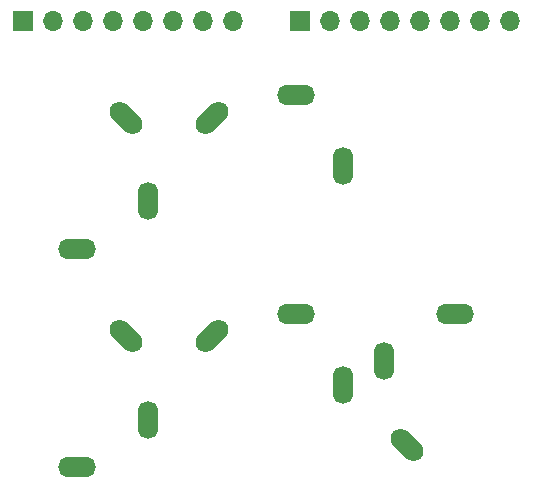
<source format=gbs>
%TF.GenerationSoftware,KiCad,Pcbnew,8.0.5*%
%TF.CreationDate,2024-12-03T21:43:17+01:00*%
%TF.ProjectId,DMH_Mixer_PCB_Conn,444d485f-4d69-4786-9572-5f5043425f43,1*%
%TF.SameCoordinates,Original*%
%TF.FileFunction,Soldermask,Bot*%
%TF.FilePolarity,Negative*%
%FSLAX46Y46*%
G04 Gerber Fmt 4.6, Leading zero omitted, Abs format (unit mm)*
G04 Created by KiCad (PCBNEW 8.0.5) date 2024-12-03 21:43:17*
%MOMM*%
%LPD*%
G01*
G04 APERTURE LIST*
G04 Aperture macros list*
%AMHorizOval*
0 Thick line with rounded ends*
0 $1 width*
0 $2 $3 position (X,Y) of the first rounded end (center of the circle)*
0 $4 $5 position (X,Y) of the second rounded end (center of the circle)*
0 Add line between two ends*
20,1,$1,$2,$3,$4,$5,0*
0 Add two circle primitives to create the rounded ends*
1,1,$1,$2,$3*
1,1,$1,$4,$5*%
G04 Aperture macros list end*
%ADD10R,1.700000X1.700000*%
%ADD11O,1.700000X1.700000*%
%ADD12HorizOval,1.712000X-0.533159X-0.533159X0.533159X0.533159X0*%
%ADD13O,1.712000X3.220000*%
%ADD14O,3.220000X1.712000*%
%ADD15HorizOval,1.712000X-0.533159X0.533159X0.533159X-0.533159X0*%
G04 APERTURE END LIST*
D10*
%TO.C,J50*%
X77875000Y-177500000D03*
D11*
X80415000Y-177500000D03*
X82955000Y-177500000D03*
X85495000Y-177500000D03*
X88035000Y-177500000D03*
X90575000Y-177500000D03*
X93115000Y-177500000D03*
X95655000Y-177500000D03*
%TD*%
D12*
%TO.C,J4*%
X70403810Y-204153810D03*
D13*
X81500000Y-208250000D03*
D14*
X77500000Y-202250000D03*
%TD*%
D10*
%TO.C,J60*%
X54380000Y-177500000D03*
D11*
X56920000Y-177500000D03*
X59460000Y-177500000D03*
X62000000Y-177500000D03*
X64540000Y-177500000D03*
X67080000Y-177500000D03*
X69620000Y-177500000D03*
X72160000Y-177500000D03*
%TD*%
D12*
%TO.C,J2*%
X70403810Y-185653810D03*
D13*
X81500000Y-189750000D03*
D14*
X77500000Y-183750000D03*
%TD*%
D15*
%TO.C,J1*%
X63096190Y-185653810D03*
D14*
X59000000Y-196750000D03*
D13*
X65000000Y-192750000D03*
%TD*%
D15*
%TO.C,J3*%
X63096190Y-204153810D03*
D14*
X59000000Y-215250000D03*
D13*
X65000000Y-211250000D03*
%TD*%
D15*
%TO.C,J5*%
X86903810Y-213346190D03*
D14*
X91000000Y-202250000D03*
D13*
X85000000Y-206250000D03*
%TD*%
M02*

</source>
